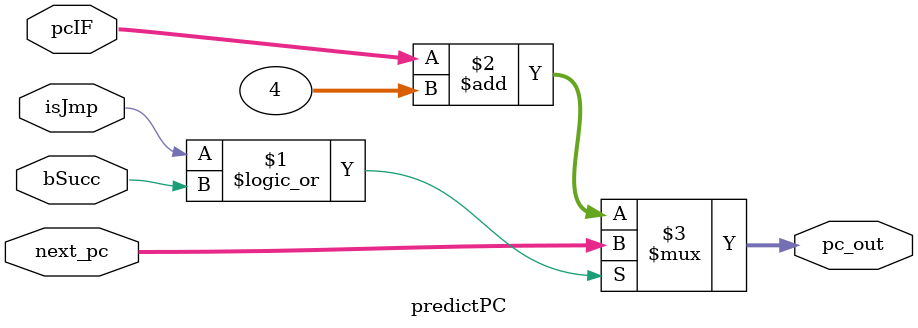
<source format=v>
`timescale 1ns/1ps

module predictPC ( pcIF, next_pc, isJmp, bSucc,
                   pc_out);
    input [31:0] pcIF, next_pc;
    input isJmp, bSucc;
    output [31:0] pc_out;

    assign pc_out = ( isJmp || bSucc ) ? next_pc : pcIF + 4;

endmodule
</source>
